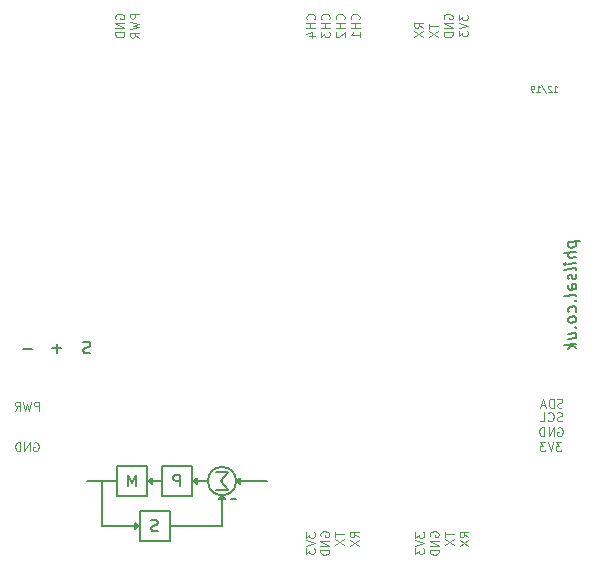
<source format=gbr>
G04 #@! TF.GenerationSoftware,KiCad,Pcbnew,(5.1.5)-3*
G04 #@! TF.CreationDate,2019-12-11T14:27:37+01:00*
G04 #@! TF.ProjectId,HadesMicro,48616465-734d-4696-9372-6f2e6b696361,rev?*
G04 #@! TF.SameCoordinates,Original*
G04 #@! TF.FileFunction,Legend,Bot*
G04 #@! TF.FilePolarity,Positive*
%FSLAX46Y46*%
G04 Gerber Fmt 4.6, Leading zero omitted, Abs format (unit mm)*
G04 Created by KiCad (PCBNEW (5.1.5)-3) date 2019-12-11 14:27:37*
%MOMM*%
%LPD*%
G04 APERTURE LIST*
%ADD10C,0.150000*%
%ADD11C,0.100000*%
G04 APERTURE END LIST*
D10*
X22923452Y-50363428D02*
X22161547Y-50363428D01*
X25011071Y-50672952D02*
X25011071Y-49911047D01*
X24630119Y-50292000D02*
X25392023Y-50292000D01*
X27819314Y-50696761D02*
X27676457Y-50744380D01*
X27438361Y-50744380D01*
X27343123Y-50696761D01*
X27295504Y-50649142D01*
X27247885Y-50553904D01*
X27247885Y-50458666D01*
X27295504Y-50363428D01*
X27343123Y-50315809D01*
X27438361Y-50268190D01*
X27628838Y-50220571D01*
X27724076Y-50172952D01*
X27771695Y-50125333D01*
X27819314Y-50030095D01*
X27819314Y-49934857D01*
X27771695Y-49839619D01*
X27724076Y-49792000D01*
X27628838Y-49744380D01*
X27390742Y-49744380D01*
X27247885Y-49792000D01*
D11*
X67076533Y-28572590D02*
X67362247Y-28572590D01*
X67219390Y-28572590D02*
X67219390Y-28072590D01*
X67267009Y-28144019D01*
X67314628Y-28191638D01*
X67362247Y-28215447D01*
X66886057Y-28120209D02*
X66862247Y-28096400D01*
X66814628Y-28072590D01*
X66695580Y-28072590D01*
X66647961Y-28096400D01*
X66624152Y-28120209D01*
X66600342Y-28167828D01*
X66600342Y-28215447D01*
X66624152Y-28286876D01*
X66909866Y-28572590D01*
X66600342Y-28572590D01*
X66028914Y-28048780D02*
X66457485Y-28691638D01*
X65600342Y-28572590D02*
X65886057Y-28572590D01*
X65743200Y-28572590D02*
X65743200Y-28072590D01*
X65790819Y-28144019D01*
X65838438Y-28191638D01*
X65886057Y-28215447D01*
X65362247Y-28572590D02*
X65267009Y-28572590D01*
X65219390Y-28548780D01*
X65195580Y-28524971D01*
X65147961Y-28453542D01*
X65124152Y-28358304D01*
X65124152Y-28167828D01*
X65147961Y-28120209D01*
X65171771Y-28096400D01*
X65219390Y-28072590D01*
X65314628Y-28072590D01*
X65362247Y-28096400D01*
X65386057Y-28120209D01*
X65409866Y-28167828D01*
X65409866Y-28286876D01*
X65386057Y-28334495D01*
X65362247Y-28358304D01*
X65314628Y-28382114D01*
X65219390Y-28382114D01*
X65171771Y-28358304D01*
X65147961Y-28334495D01*
X65124152Y-28286876D01*
X46800657Y-22469142D02*
X46836371Y-22433428D01*
X46872085Y-22326285D01*
X46872085Y-22254857D01*
X46836371Y-22147714D01*
X46764942Y-22076285D01*
X46693514Y-22040571D01*
X46550657Y-22004857D01*
X46443514Y-22004857D01*
X46300657Y-22040571D01*
X46229228Y-22076285D01*
X46157800Y-22147714D01*
X46122085Y-22254857D01*
X46122085Y-22326285D01*
X46157800Y-22433428D01*
X46193514Y-22469142D01*
X46872085Y-22790571D02*
X46122085Y-22790571D01*
X46479228Y-22790571D02*
X46479228Y-23219142D01*
X46872085Y-23219142D02*
X46122085Y-23219142D01*
X46372085Y-23897714D02*
X46872085Y-23897714D01*
X46086371Y-23719142D02*
X46622085Y-23540571D01*
X46622085Y-24004857D01*
X48045257Y-22469142D02*
X48080971Y-22433428D01*
X48116685Y-22326285D01*
X48116685Y-22254857D01*
X48080971Y-22147714D01*
X48009542Y-22076285D01*
X47938114Y-22040571D01*
X47795257Y-22004857D01*
X47688114Y-22004857D01*
X47545257Y-22040571D01*
X47473828Y-22076285D01*
X47402400Y-22147714D01*
X47366685Y-22254857D01*
X47366685Y-22326285D01*
X47402400Y-22433428D01*
X47438114Y-22469142D01*
X48116685Y-22790571D02*
X47366685Y-22790571D01*
X47723828Y-22790571D02*
X47723828Y-23219142D01*
X48116685Y-23219142D02*
X47366685Y-23219142D01*
X47366685Y-23504857D02*
X47366685Y-23969142D01*
X47652400Y-23719142D01*
X47652400Y-23826285D01*
X47688114Y-23897714D01*
X47723828Y-23933428D01*
X47795257Y-23969142D01*
X47973828Y-23969142D01*
X48045257Y-23933428D01*
X48080971Y-23897714D01*
X48116685Y-23826285D01*
X48116685Y-23612000D01*
X48080971Y-23540571D01*
X48045257Y-23504857D01*
X49289857Y-22469142D02*
X49325571Y-22433428D01*
X49361285Y-22326285D01*
X49361285Y-22254857D01*
X49325571Y-22147714D01*
X49254142Y-22076285D01*
X49182714Y-22040571D01*
X49039857Y-22004857D01*
X48932714Y-22004857D01*
X48789857Y-22040571D01*
X48718428Y-22076285D01*
X48647000Y-22147714D01*
X48611285Y-22254857D01*
X48611285Y-22326285D01*
X48647000Y-22433428D01*
X48682714Y-22469142D01*
X49361285Y-22790571D02*
X48611285Y-22790571D01*
X48968428Y-22790571D02*
X48968428Y-23219142D01*
X49361285Y-23219142D02*
X48611285Y-23219142D01*
X48682714Y-23540571D02*
X48647000Y-23576285D01*
X48611285Y-23647714D01*
X48611285Y-23826285D01*
X48647000Y-23897714D01*
X48682714Y-23933428D01*
X48754142Y-23969142D01*
X48825571Y-23969142D01*
X48932714Y-23933428D01*
X49361285Y-23504857D01*
X49361285Y-23969142D01*
X50559857Y-22469142D02*
X50595571Y-22433428D01*
X50631285Y-22326285D01*
X50631285Y-22254857D01*
X50595571Y-22147714D01*
X50524142Y-22076285D01*
X50452714Y-22040571D01*
X50309857Y-22004857D01*
X50202714Y-22004857D01*
X50059857Y-22040571D01*
X49988428Y-22076285D01*
X49917000Y-22147714D01*
X49881285Y-22254857D01*
X49881285Y-22326285D01*
X49917000Y-22433428D01*
X49952714Y-22469142D01*
X50631285Y-22790571D02*
X49881285Y-22790571D01*
X50238428Y-22790571D02*
X50238428Y-23219142D01*
X50631285Y-23219142D02*
X49881285Y-23219142D01*
X50631285Y-23969142D02*
X50631285Y-23540571D01*
X50631285Y-23754857D02*
X49881285Y-23754857D01*
X49988428Y-23683428D01*
X50059857Y-23612000D01*
X50095571Y-23540571D01*
X56016085Y-23204900D02*
X55658942Y-22954900D01*
X56016085Y-22776328D02*
X55266085Y-22776328D01*
X55266085Y-23062042D01*
X55301800Y-23133471D01*
X55337514Y-23169185D01*
X55408942Y-23204900D01*
X55516085Y-23204900D01*
X55587514Y-23169185D01*
X55623228Y-23133471D01*
X55658942Y-23062042D01*
X55658942Y-22776328D01*
X55266085Y-23454900D02*
X56016085Y-23954900D01*
X55266085Y-23954900D02*
X56016085Y-23454900D01*
X56536085Y-22847371D02*
X56536085Y-23275942D01*
X57286085Y-23061657D02*
X56536085Y-23061657D01*
X56536085Y-23454514D02*
X57286085Y-23954514D01*
X56536085Y-23954514D02*
X57286085Y-23454514D01*
X59025285Y-22058428D02*
X59025285Y-22522714D01*
X59311000Y-22272714D01*
X59311000Y-22379857D01*
X59346714Y-22451285D01*
X59382428Y-22487000D01*
X59453857Y-22522714D01*
X59632428Y-22522714D01*
X59703857Y-22487000D01*
X59739571Y-22451285D01*
X59775285Y-22379857D01*
X59775285Y-22165571D01*
X59739571Y-22094142D01*
X59703857Y-22058428D01*
X59025285Y-22737000D02*
X59775285Y-22987000D01*
X59025285Y-23237000D01*
X59025285Y-23415571D02*
X59025285Y-23879857D01*
X59311000Y-23629857D01*
X59311000Y-23737000D01*
X59346714Y-23808428D01*
X59382428Y-23844142D01*
X59453857Y-23879857D01*
X59632428Y-23879857D01*
X59703857Y-23844142D01*
X59739571Y-23808428D01*
X59775285Y-23737000D01*
X59775285Y-23522714D01*
X59739571Y-23451285D01*
X59703857Y-23415571D01*
X57791000Y-22415571D02*
X57755285Y-22344142D01*
X57755285Y-22237000D01*
X57791000Y-22129857D01*
X57862428Y-22058428D01*
X57933857Y-22022714D01*
X58076714Y-21987000D01*
X58183857Y-21987000D01*
X58326714Y-22022714D01*
X58398142Y-22058428D01*
X58469571Y-22129857D01*
X58505285Y-22237000D01*
X58505285Y-22308428D01*
X58469571Y-22415571D01*
X58433857Y-22451285D01*
X58183857Y-22451285D01*
X58183857Y-22308428D01*
X58505285Y-22772714D02*
X57755285Y-22772714D01*
X58505285Y-23201285D01*
X57755285Y-23201285D01*
X58505285Y-23558428D02*
X57755285Y-23558428D01*
X57755285Y-23737000D01*
X57791000Y-23844142D01*
X57862428Y-23915571D01*
X57933857Y-23951285D01*
X58076714Y-23987000D01*
X58183857Y-23987000D01*
X58326714Y-23951285D01*
X58398142Y-23915571D01*
X58469571Y-23844142D01*
X58505285Y-23737000D01*
X58505285Y-23558428D01*
X29978000Y-22415571D02*
X29942285Y-22344142D01*
X29942285Y-22237000D01*
X29978000Y-22129857D01*
X30049428Y-22058428D01*
X30120857Y-22022714D01*
X30263714Y-21987000D01*
X30370857Y-21987000D01*
X30513714Y-22022714D01*
X30585142Y-22058428D01*
X30656571Y-22129857D01*
X30692285Y-22237000D01*
X30692285Y-22308428D01*
X30656571Y-22415571D01*
X30620857Y-22451285D01*
X30370857Y-22451285D01*
X30370857Y-22308428D01*
X30692285Y-22772714D02*
X29942285Y-22772714D01*
X30692285Y-23201285D01*
X29942285Y-23201285D01*
X30692285Y-23558428D02*
X29942285Y-23558428D01*
X29942285Y-23737000D01*
X29978000Y-23844142D01*
X30049428Y-23915571D01*
X30120857Y-23951285D01*
X30263714Y-23987000D01*
X30370857Y-23987000D01*
X30513714Y-23951285D01*
X30585142Y-23915571D01*
X30656571Y-23844142D01*
X30692285Y-23737000D01*
X30692285Y-23558428D01*
X31962285Y-21987000D02*
X31212285Y-21987000D01*
X31212285Y-22272714D01*
X31248000Y-22344142D01*
X31283714Y-22379857D01*
X31355142Y-22415571D01*
X31462285Y-22415571D01*
X31533714Y-22379857D01*
X31569428Y-22344142D01*
X31605142Y-22272714D01*
X31605142Y-21987000D01*
X31212285Y-22665571D02*
X31962285Y-22844142D01*
X31426571Y-22987000D01*
X31962285Y-23129857D01*
X31212285Y-23308428D01*
X31962285Y-24022714D02*
X31605142Y-23772714D01*
X31962285Y-23594142D02*
X31212285Y-23594142D01*
X31212285Y-23879857D01*
X31248000Y-23951285D01*
X31283714Y-23987000D01*
X31355142Y-24022714D01*
X31462285Y-24022714D01*
X31533714Y-23987000D01*
X31569428Y-23951285D01*
X31605142Y-23879857D01*
X31605142Y-23594142D01*
X23050428Y-58299000D02*
X23121857Y-58263285D01*
X23229000Y-58263285D01*
X23336142Y-58299000D01*
X23407571Y-58370428D01*
X23443285Y-58441857D01*
X23479000Y-58584714D01*
X23479000Y-58691857D01*
X23443285Y-58834714D01*
X23407571Y-58906142D01*
X23336142Y-58977571D01*
X23229000Y-59013285D01*
X23157571Y-59013285D01*
X23050428Y-58977571D01*
X23014714Y-58941857D01*
X23014714Y-58691857D01*
X23157571Y-58691857D01*
X22693285Y-59013285D02*
X22693285Y-58263285D01*
X22264714Y-59013285D01*
X22264714Y-58263285D01*
X21907571Y-59013285D02*
X21907571Y-58263285D01*
X21729000Y-58263285D01*
X21621857Y-58299000D01*
X21550428Y-58370428D01*
X21514714Y-58441857D01*
X21479000Y-58584714D01*
X21479000Y-58691857D01*
X21514714Y-58834714D01*
X21550428Y-58906142D01*
X21621857Y-58977571D01*
X21729000Y-59013285D01*
X21907571Y-59013285D01*
X23479000Y-55584285D02*
X23479000Y-54834285D01*
X23193285Y-54834285D01*
X23121857Y-54870000D01*
X23086142Y-54905714D01*
X23050428Y-54977142D01*
X23050428Y-55084285D01*
X23086142Y-55155714D01*
X23121857Y-55191428D01*
X23193285Y-55227142D01*
X23479000Y-55227142D01*
X22800428Y-54834285D02*
X22621857Y-55584285D01*
X22479000Y-55048571D01*
X22336142Y-55584285D01*
X22157571Y-54834285D01*
X21443285Y-55584285D02*
X21693285Y-55227142D01*
X21871857Y-55584285D02*
X21871857Y-54834285D01*
X21586142Y-54834285D01*
X21514714Y-54870000D01*
X21479000Y-54905714D01*
X21443285Y-54977142D01*
X21443285Y-55084285D01*
X21479000Y-55155714D01*
X21514714Y-55191428D01*
X21586142Y-55227142D01*
X21871857Y-55227142D01*
X67814314Y-55294571D02*
X67707171Y-55330285D01*
X67528600Y-55330285D01*
X67457171Y-55294571D01*
X67421457Y-55258857D01*
X67385742Y-55187428D01*
X67385742Y-55116000D01*
X67421457Y-55044571D01*
X67457171Y-55008857D01*
X67528600Y-54973142D01*
X67671457Y-54937428D01*
X67742885Y-54901714D01*
X67778600Y-54866000D01*
X67814314Y-54794571D01*
X67814314Y-54723142D01*
X67778600Y-54651714D01*
X67742885Y-54616000D01*
X67671457Y-54580285D01*
X67492885Y-54580285D01*
X67385742Y-54616000D01*
X67064314Y-55330285D02*
X67064314Y-54580285D01*
X66885742Y-54580285D01*
X66778600Y-54616000D01*
X66707171Y-54687428D01*
X66671457Y-54758857D01*
X66635742Y-54901714D01*
X66635742Y-55008857D01*
X66671457Y-55151714D01*
X66707171Y-55223142D01*
X66778600Y-55294571D01*
X66885742Y-55330285D01*
X67064314Y-55330285D01*
X66350028Y-55116000D02*
X65992885Y-55116000D01*
X66421457Y-55330285D02*
X66171457Y-54580285D01*
X65921457Y-55330285D01*
X67771057Y-56437571D02*
X67663914Y-56473285D01*
X67485342Y-56473285D01*
X67413914Y-56437571D01*
X67378200Y-56401857D01*
X67342485Y-56330428D01*
X67342485Y-56259000D01*
X67378200Y-56187571D01*
X67413914Y-56151857D01*
X67485342Y-56116142D01*
X67628200Y-56080428D01*
X67699628Y-56044714D01*
X67735342Y-56009000D01*
X67771057Y-55937571D01*
X67771057Y-55866142D01*
X67735342Y-55794714D01*
X67699628Y-55759000D01*
X67628200Y-55723285D01*
X67449628Y-55723285D01*
X67342485Y-55759000D01*
X66592485Y-56401857D02*
X66628200Y-56437571D01*
X66735342Y-56473285D01*
X66806771Y-56473285D01*
X66913914Y-56437571D01*
X66985342Y-56366142D01*
X67021057Y-56294714D01*
X67056771Y-56151857D01*
X67056771Y-56044714D01*
X67021057Y-55901857D01*
X66985342Y-55830428D01*
X66913914Y-55759000D01*
X66806771Y-55723285D01*
X66735342Y-55723285D01*
X66628200Y-55759000D01*
X66592485Y-55794714D01*
X65913914Y-56473285D02*
X66271057Y-56473285D01*
X66271057Y-55723285D01*
X67424228Y-57029000D02*
X67495657Y-56993285D01*
X67602800Y-56993285D01*
X67709942Y-57029000D01*
X67781371Y-57100428D01*
X67817085Y-57171857D01*
X67852800Y-57314714D01*
X67852800Y-57421857D01*
X67817085Y-57564714D01*
X67781371Y-57636142D01*
X67709942Y-57707571D01*
X67602800Y-57743285D01*
X67531371Y-57743285D01*
X67424228Y-57707571D01*
X67388514Y-57671857D01*
X67388514Y-57421857D01*
X67531371Y-57421857D01*
X67067085Y-57743285D02*
X67067085Y-56993285D01*
X66638514Y-57743285D01*
X66638514Y-56993285D01*
X66281371Y-57743285D02*
X66281371Y-56993285D01*
X66102800Y-56993285D01*
X65995657Y-57029000D01*
X65924228Y-57100428D01*
X65888514Y-57171857D01*
X65852800Y-57314714D01*
X65852800Y-57421857D01*
X65888514Y-57564714D01*
X65924228Y-57636142D01*
X65995657Y-57707571D01*
X66102800Y-57743285D01*
X66281371Y-57743285D01*
X67730571Y-58263285D02*
X67266285Y-58263285D01*
X67516285Y-58549000D01*
X67409142Y-58549000D01*
X67337714Y-58584714D01*
X67302000Y-58620428D01*
X67266285Y-58691857D01*
X67266285Y-58870428D01*
X67302000Y-58941857D01*
X67337714Y-58977571D01*
X67409142Y-59013285D01*
X67623428Y-59013285D01*
X67694857Y-58977571D01*
X67730571Y-58941857D01*
X67052000Y-58263285D02*
X66802000Y-59013285D01*
X66552000Y-58263285D01*
X66373428Y-58263285D02*
X65909142Y-58263285D01*
X66159142Y-58549000D01*
X66052000Y-58549000D01*
X65980571Y-58584714D01*
X65944857Y-58620428D01*
X65909142Y-58691857D01*
X65909142Y-58870428D01*
X65944857Y-58941857D01*
X65980571Y-58977571D01*
X66052000Y-59013285D01*
X66266285Y-59013285D01*
X66337714Y-58977571D01*
X66373428Y-58941857D01*
X48560485Y-65849571D02*
X48560485Y-66278142D01*
X49310485Y-66063857D02*
X48560485Y-66063857D01*
X48560485Y-66456714D02*
X49310485Y-66956714D01*
X48560485Y-66956714D02*
X49310485Y-66456714D01*
X46071285Y-65873428D02*
X46071285Y-66337714D01*
X46357000Y-66087714D01*
X46357000Y-66194857D01*
X46392714Y-66266285D01*
X46428428Y-66302000D01*
X46499857Y-66337714D01*
X46678428Y-66337714D01*
X46749857Y-66302000D01*
X46785571Y-66266285D01*
X46821285Y-66194857D01*
X46821285Y-65980571D01*
X46785571Y-65909142D01*
X46749857Y-65873428D01*
X46071285Y-66552000D02*
X46821285Y-66802000D01*
X46071285Y-67052000D01*
X46071285Y-67230571D02*
X46071285Y-67694857D01*
X46357000Y-67444857D01*
X46357000Y-67552000D01*
X46392714Y-67623428D01*
X46428428Y-67659142D01*
X46499857Y-67694857D01*
X46678428Y-67694857D01*
X46749857Y-67659142D01*
X46785571Y-67623428D01*
X46821285Y-67552000D01*
X46821285Y-67337714D01*
X46785571Y-67266285D01*
X46749857Y-67230571D01*
X47351600Y-66230571D02*
X47315885Y-66159142D01*
X47315885Y-66052000D01*
X47351600Y-65944857D01*
X47423028Y-65873428D01*
X47494457Y-65837714D01*
X47637314Y-65802000D01*
X47744457Y-65802000D01*
X47887314Y-65837714D01*
X47958742Y-65873428D01*
X48030171Y-65944857D01*
X48065885Y-66052000D01*
X48065885Y-66123428D01*
X48030171Y-66230571D01*
X47994457Y-66266285D01*
X47744457Y-66266285D01*
X47744457Y-66123428D01*
X48065885Y-66587714D02*
X47315885Y-66587714D01*
X48065885Y-67016285D01*
X47315885Y-67016285D01*
X48065885Y-67373428D02*
X47315885Y-67373428D01*
X47315885Y-67552000D01*
X47351600Y-67659142D01*
X47423028Y-67730571D01*
X47494457Y-67766285D01*
X47637314Y-67802000D01*
X47744457Y-67802000D01*
X47887314Y-67766285D01*
X47958742Y-67730571D01*
X48030171Y-67659142D01*
X48065885Y-67552000D01*
X48065885Y-67373428D01*
X50555085Y-66296000D02*
X50197942Y-66046000D01*
X50555085Y-65867428D02*
X49805085Y-65867428D01*
X49805085Y-66153142D01*
X49840800Y-66224571D01*
X49876514Y-66260285D01*
X49947942Y-66296000D01*
X50055085Y-66296000D01*
X50126514Y-66260285D01*
X50162228Y-66224571D01*
X50197942Y-66153142D01*
X50197942Y-65867428D01*
X49805085Y-66546000D02*
X50555085Y-67046000D01*
X49805085Y-67046000D02*
X50555085Y-66546000D01*
D10*
X31702333Y-62009280D02*
X31702333Y-61009280D01*
X31369000Y-61723566D01*
X31035666Y-61009280D01*
X31035666Y-62009280D01*
X33559714Y-65771661D02*
X33416857Y-65819280D01*
X33178761Y-65819280D01*
X33083523Y-65771661D01*
X33035904Y-65724042D01*
X32988285Y-65628804D01*
X32988285Y-65533566D01*
X33035904Y-65438328D01*
X33083523Y-65390709D01*
X33178761Y-65343090D01*
X33369238Y-65295471D01*
X33464476Y-65247852D01*
X33512095Y-65200233D01*
X33559714Y-65104995D01*
X33559714Y-65009757D01*
X33512095Y-64914519D01*
X33464476Y-64866900D01*
X33369238Y-64819280D01*
X33131142Y-64819280D01*
X32988285Y-64866900D01*
X35440904Y-62009280D02*
X35440904Y-61009280D01*
X35059952Y-61009280D01*
X34964714Y-61056900D01*
X34917095Y-61104519D01*
X34869476Y-61199757D01*
X34869476Y-61342614D01*
X34917095Y-61437852D01*
X34964714Y-61485471D01*
X35059952Y-61533090D01*
X35440904Y-61533090D01*
X68314914Y-41330348D02*
X69314914Y-41205348D01*
X68362533Y-41324395D02*
X68314914Y-41425586D01*
X68314914Y-41616062D01*
X68362533Y-41705348D01*
X68410152Y-41747014D01*
X68505390Y-41782729D01*
X68791104Y-41747014D01*
X68886342Y-41687491D01*
X68933961Y-41633919D01*
X68981580Y-41532729D01*
X68981580Y-41342252D01*
X68933961Y-41252967D01*
X68981580Y-42151776D02*
X67981580Y-42276776D01*
X68981580Y-42580348D02*
X68457771Y-42645824D01*
X68362533Y-42610110D01*
X68314914Y-42520824D01*
X68314914Y-42377967D01*
X68362533Y-42276776D01*
X68410152Y-42223205D01*
X68981580Y-43056538D02*
X68314914Y-43139872D01*
X67981580Y-43181538D02*
X68029200Y-43127967D01*
X68076819Y-43169633D01*
X68029200Y-43223205D01*
X67981580Y-43181538D01*
X68076819Y-43169633D01*
X68981580Y-43675586D02*
X68933961Y-43586300D01*
X68838723Y-43550586D01*
X67981580Y-43657729D01*
X68933961Y-44014872D02*
X68981580Y-44104157D01*
X68981580Y-44294633D01*
X68933961Y-44395824D01*
X68838723Y-44455348D01*
X68791104Y-44461300D01*
X68695866Y-44425586D01*
X68648247Y-44336300D01*
X68648247Y-44193443D01*
X68600628Y-44104157D01*
X68505390Y-44068443D01*
X68457771Y-44074395D01*
X68362533Y-44133919D01*
X68314914Y-44235110D01*
X68314914Y-44377967D01*
X68362533Y-44467252D01*
X68981580Y-45294633D02*
X68457771Y-45360110D01*
X68362533Y-45324395D01*
X68314914Y-45235110D01*
X68314914Y-45044633D01*
X68362533Y-44943443D01*
X68933961Y-45300586D02*
X68981580Y-45199395D01*
X68981580Y-44961300D01*
X68933961Y-44872014D01*
X68838723Y-44836300D01*
X68743485Y-44848205D01*
X68648247Y-44907729D01*
X68600628Y-45008919D01*
X68600628Y-45247014D01*
X68553009Y-45348205D01*
X68981580Y-45913681D02*
X68933961Y-45824395D01*
X68838723Y-45788681D01*
X67981580Y-45895824D01*
X68886342Y-46306538D02*
X68933961Y-46348205D01*
X68981580Y-46294633D01*
X68933961Y-46252967D01*
X68886342Y-46306538D01*
X68981580Y-46294633D01*
X68933961Y-47205348D02*
X68981580Y-47104157D01*
X68981580Y-46913681D01*
X68933961Y-46824395D01*
X68886342Y-46782729D01*
X68791104Y-46747014D01*
X68505390Y-46782729D01*
X68410152Y-46842252D01*
X68362533Y-46895824D01*
X68314914Y-46997014D01*
X68314914Y-47187491D01*
X68362533Y-47276776D01*
X68981580Y-47770824D02*
X68933961Y-47681538D01*
X68886342Y-47639872D01*
X68791104Y-47604157D01*
X68505390Y-47639872D01*
X68410152Y-47699395D01*
X68362533Y-47752967D01*
X68314914Y-47854157D01*
X68314914Y-47997014D01*
X68362533Y-48086300D01*
X68410152Y-48127967D01*
X68505390Y-48163681D01*
X68791104Y-48127967D01*
X68886342Y-48068443D01*
X68933961Y-48014872D01*
X68981580Y-47913681D01*
X68981580Y-47770824D01*
X68886342Y-48544633D02*
X68933961Y-48586300D01*
X68981580Y-48532729D01*
X68933961Y-48491062D01*
X68886342Y-48544633D01*
X68981580Y-48532729D01*
X68314914Y-49520824D02*
X68981580Y-49437491D01*
X68314914Y-49092252D02*
X68838723Y-49026776D01*
X68933961Y-49062491D01*
X68981580Y-49151776D01*
X68981580Y-49294633D01*
X68933961Y-49395824D01*
X68886342Y-49449395D01*
X68981580Y-49913681D02*
X67981580Y-50038681D01*
X68600628Y-50056538D02*
X68981580Y-50294633D01*
X68314914Y-50377967D02*
X68695866Y-49949395D01*
D11*
X56622600Y-66230571D02*
X56586885Y-66159142D01*
X56586885Y-66052000D01*
X56622600Y-65944857D01*
X56694028Y-65873428D01*
X56765457Y-65837714D01*
X56908314Y-65802000D01*
X57015457Y-65802000D01*
X57158314Y-65837714D01*
X57229742Y-65873428D01*
X57301171Y-65944857D01*
X57336885Y-66052000D01*
X57336885Y-66123428D01*
X57301171Y-66230571D01*
X57265457Y-66266285D01*
X57015457Y-66266285D01*
X57015457Y-66123428D01*
X57336885Y-66587714D02*
X56586885Y-66587714D01*
X57336885Y-67016285D01*
X56586885Y-67016285D01*
X57336885Y-67373428D02*
X56586885Y-67373428D01*
X56586885Y-67552000D01*
X56622600Y-67659142D01*
X56694028Y-67730571D01*
X56765457Y-67766285D01*
X56908314Y-67802000D01*
X57015457Y-67802000D01*
X57158314Y-67766285D01*
X57229742Y-67730571D01*
X57301171Y-67659142D01*
X57336885Y-67552000D01*
X57336885Y-67373428D01*
X59851485Y-66296000D02*
X59494342Y-66046000D01*
X59851485Y-65867428D02*
X59101485Y-65867428D01*
X59101485Y-66153142D01*
X59137200Y-66224571D01*
X59172914Y-66260285D01*
X59244342Y-66296000D01*
X59351485Y-66296000D01*
X59422914Y-66260285D01*
X59458628Y-66224571D01*
X59494342Y-66153142D01*
X59494342Y-65867428D01*
X59101485Y-66546000D02*
X59851485Y-67046000D01*
X59101485Y-67046000D02*
X59851485Y-66546000D01*
X57856885Y-65849571D02*
X57856885Y-66278142D01*
X58606885Y-66063857D02*
X57856885Y-66063857D01*
X57856885Y-66456714D02*
X58606885Y-66956714D01*
X57856885Y-66956714D02*
X58606885Y-66456714D01*
X55342285Y-65873428D02*
X55342285Y-66337714D01*
X55628000Y-66087714D01*
X55628000Y-66194857D01*
X55663714Y-66266285D01*
X55699428Y-66302000D01*
X55770857Y-66337714D01*
X55949428Y-66337714D01*
X56020857Y-66302000D01*
X56056571Y-66266285D01*
X56092285Y-66194857D01*
X56092285Y-65980571D01*
X56056571Y-65909142D01*
X56020857Y-65873428D01*
X55342285Y-66552000D02*
X56092285Y-66802000D01*
X55342285Y-67052000D01*
X55342285Y-67230571D02*
X55342285Y-67694857D01*
X55628000Y-67444857D01*
X55628000Y-67552000D01*
X55663714Y-67623428D01*
X55699428Y-67659142D01*
X55770857Y-67694857D01*
X55949428Y-67694857D01*
X56020857Y-67659142D01*
X56056571Y-67623428D01*
X56092285Y-67552000D01*
X56092285Y-67337714D01*
X56056571Y-67266285D01*
X56020857Y-67230571D01*
D10*
X32004000Y-64096900D02*
X34544000Y-64096900D01*
X33020000Y-61810900D02*
X32766000Y-61556900D01*
X32766000Y-61556900D02*
X33020000Y-61302900D01*
X31877000Y-65366900D02*
X31623000Y-65112900D01*
X28829000Y-65366900D02*
X32004000Y-65366900D01*
X32004000Y-66636900D02*
X32004000Y-65366900D01*
X40513000Y-61302900D02*
X40513000Y-61810900D01*
X39497000Y-60794900D02*
X38862000Y-61556900D01*
X38862000Y-61556900D02*
X39497000Y-62318900D01*
X39497000Y-62318900D02*
X38481000Y-62318900D01*
X32004000Y-65366900D02*
X32004000Y-64096900D01*
X38989000Y-62826900D02*
X38735000Y-63080900D01*
X34544000Y-64096900D02*
X34544000Y-66636900D01*
X37790885Y-61556900D02*
X36449000Y-61556900D01*
X36449000Y-61556900D02*
X36449000Y-60286900D01*
X36449000Y-60286900D02*
X33909000Y-60286900D01*
X33909000Y-62826900D02*
X36449000Y-62826900D01*
X30099000Y-62826900D02*
X32639000Y-62826900D01*
X28829000Y-61556900D02*
X28829000Y-65366900D01*
X38735000Y-63080900D02*
X39243000Y-63080900D01*
X36449000Y-62826900D02*
X36449000Y-61556900D01*
X33909000Y-61556900D02*
X32639000Y-61556900D01*
X32639000Y-61556900D02*
X32639000Y-60286900D01*
X34544000Y-66636900D02*
X32004000Y-66636900D01*
X27559000Y-61556900D02*
X30099000Y-61556900D01*
X33020000Y-61302900D02*
X33020000Y-61810900D01*
X34544000Y-65366900D02*
X38989000Y-65366900D01*
X38989000Y-65366900D02*
X38989000Y-62755015D01*
X39751000Y-63080900D02*
X40132000Y-63080900D01*
X40187116Y-61556900D02*
G75*
G03X40187116Y-61556900I-1198116J0D01*
G01*
X36830000Y-61302900D02*
X36830000Y-61810900D01*
X40259000Y-61556900D02*
X40513000Y-61302900D01*
X31623000Y-65112900D02*
X31623000Y-65620900D01*
X30099000Y-60286900D02*
X30099000Y-62826900D01*
X31623000Y-65620900D02*
X31877000Y-65366900D01*
X32639000Y-62826900D02*
X32639000Y-61556900D01*
X36576000Y-61556900D02*
X36830000Y-61302900D01*
X39243000Y-63080900D02*
X38989000Y-62826900D01*
X36830000Y-61810900D02*
X36576000Y-61556900D01*
X42799000Y-61556900D02*
X40259000Y-61556900D01*
X40513000Y-61810900D02*
X40259000Y-61556900D01*
X38481000Y-60794900D02*
X39497000Y-60794900D01*
X33909000Y-60286900D02*
X33909000Y-62826900D01*
X32639000Y-60286900D02*
X30099000Y-60286900D01*
M02*

</source>
